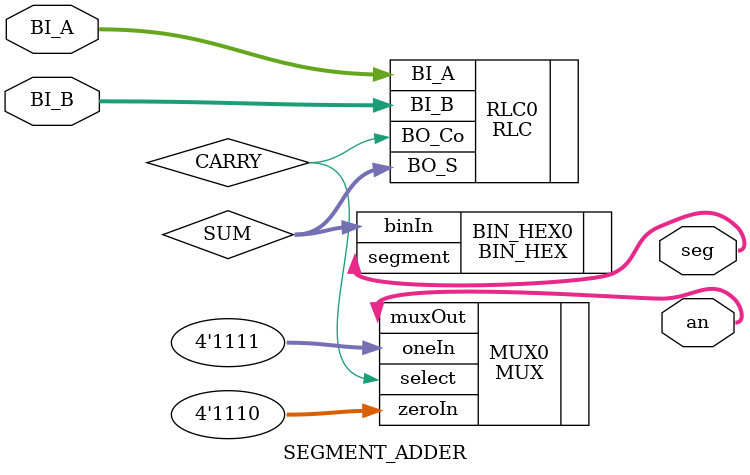
<source format=sv>
`timescale 1ns / 1ps


module SEGMENT_ADDER(
    input [3:0] BI_A,
    input [3:0] BI_B,
    output [6:0] seg,
    output [3:0] an
    );

    logic [3:0] SUM;
    logic CARRY;


    RLC RLC0 (
        .BI_A(BI_A),
        .BI_B(BI_B),
        .BO_Co(CARRY),
        .BO_S(SUM)
    );
    
    BIN_HEX BIN_HEX0 (
        .binIn(SUM),
        .segment(seg)
    );

    MUX MUX0 (
        .zeroIn(4'b1110),
        .oneIn(4'b1111),
        .select(CARRY),
        .muxOut(an)
    );

endmodule

</source>
